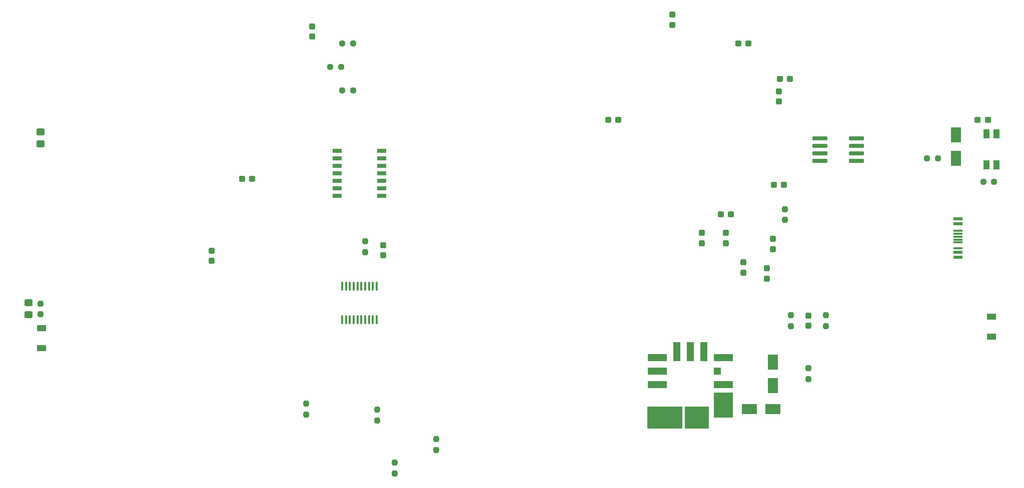
<source format=gbp>
%TF.GenerationSoftware,KiCad,Pcbnew,(6.0.9)*%
%TF.CreationDate,2022-12-21T05:14:32+09:00*%
%TF.ProjectId,main,6d61696e-2e6b-4696-9361-645f70636258,rev?*%
%TF.SameCoordinates,Original*%
%TF.FileFunction,Paste,Bot*%
%TF.FilePolarity,Positive*%
%FSLAX46Y46*%
G04 Gerber Fmt 4.6, Leading zero omitted, Abs format (unit mm)*
G04 Created by KiCad (PCBNEW (6.0.9)) date 2022-12-21 05:14:32*
%MOMM*%
%LPD*%
G01*
G04 APERTURE LIST*
G04 Aperture macros list*
%AMRoundRect*
0 Rectangle with rounded corners*
0 $1 Rounding radius*
0 $2 $3 $4 $5 $6 $7 $8 $9 X,Y pos of 4 corners*
0 Add a 4 corners polygon primitive as box body*
4,1,4,$2,$3,$4,$5,$6,$7,$8,$9,$2,$3,0*
0 Add four circle primitives for the rounded corners*
1,1,$1+$1,$2,$3*
1,1,$1+$1,$4,$5*
1,1,$1+$1,$6,$7*
1,1,$1+$1,$8,$9*
0 Add four rect primitives between the rounded corners*
20,1,$1+$1,$2,$3,$4,$5,0*
20,1,$1+$1,$4,$5,$6,$7,0*
20,1,$1+$1,$6,$7,$8,$9,0*
20,1,$1+$1,$8,$9,$2,$3,0*%
G04 Aperture macros list end*
%ADD10RoundRect,0.237500X0.237500X-0.300000X0.237500X0.300000X-0.237500X0.300000X-0.237500X-0.300000X0*%
%ADD11RoundRect,0.237500X0.300000X0.237500X-0.300000X0.237500X-0.300000X-0.237500X0.300000X-0.237500X0*%
%ADD12RoundRect,0.237500X0.237500X-0.250000X0.237500X0.250000X-0.237500X0.250000X-0.237500X-0.250000X0*%
%ADD13R,3.300000X1.270000*%
%ADD14R,5.890000X3.810000*%
%ADD15R,4.120000X3.830000*%
%ADD16R,3.300000X4.320000*%
%ADD17R,1.270000X3.300000*%
%ADD18R,1.270000X1.270000*%
%ADD19RoundRect,0.237500X-0.237500X0.250000X-0.237500X-0.250000X0.237500X-0.250000X0.237500X0.250000X0*%
%ADD20RoundRect,0.237500X0.250000X0.237500X-0.250000X0.237500X-0.250000X-0.237500X0.250000X-0.237500X0*%
%ADD21R,1.000000X1.550000*%
%ADD22RoundRect,0.237500X-0.300000X-0.237500X0.300000X-0.237500X0.300000X0.237500X-0.300000X0.237500X0*%
%ADD23RoundRect,0.100000X-0.100000X0.637500X-0.100000X-0.637500X0.100000X-0.637500X0.100000X0.637500X0*%
%ADD24RoundRect,0.237500X-0.237500X0.300000X-0.237500X-0.300000X0.237500X-0.300000X0.237500X0.300000X0*%
%ADD25R,1.800000X2.500000*%
%ADD26R,1.600000X1.050000*%
%ADD27RoundRect,0.150000X-1.150000X-0.150000X1.150000X-0.150000X1.150000X0.150000X-1.150000X0.150000X0*%
%ADD28R,2.500000X1.800000*%
%ADD29R,1.597660X0.698500*%
%ADD30RoundRect,0.237500X-0.250000X-0.237500X0.250000X-0.237500X0.250000X0.237500X-0.250000X0.237500X0*%
%ADD31RoundRect,0.250000X-0.450000X0.325000X-0.450000X-0.325000X0.450000X-0.325000X0.450000X0.325000X0*%
%ADD32R,1.650000X0.575000*%
%ADD33R,1.650000X0.300000*%
G04 APERTURE END LIST*
D10*
%TO.C,C24*%
X195000000Y-76862500D03*
X195000000Y-75137500D03*
%TD*%
D11*
%TO.C,C25*%
X196862500Y-73000000D03*
X195137500Y-73000000D03*
%TD*%
D12*
%TO.C,R35*%
X196000000Y-96912500D03*
X196000000Y-95087500D03*
%TD*%
D13*
%TO.C,U4*%
X174422000Y-124873000D03*
D14*
X175693000Y-130457000D03*
D15*
X181154000Y-130457000D03*
D16*
X185599000Y-128298000D03*
D13*
X185602000Y-124873000D03*
X185602000Y-120293000D03*
D17*
X180017000Y-119278000D03*
X177727000Y-119278000D03*
D13*
X174422000Y-120293000D03*
X174422000Y-122583000D03*
D18*
X184587000Y-122583000D03*
D17*
X182297000Y-119278000D03*
%TD*%
D19*
%TO.C,R26*%
X137000000Y-134087500D03*
X137000000Y-135912500D03*
%TD*%
D11*
%TO.C,C14*%
X186862500Y-96000000D03*
X185137500Y-96000000D03*
%TD*%
D12*
%TO.C,R29*%
X70000000Y-112912500D03*
X70000000Y-111087500D03*
%TD*%
D11*
%TO.C,C23*%
X105862500Y-90000000D03*
X104137500Y-90000000D03*
%TD*%
D20*
%TO.C,R6*%
X221912500Y-86500000D03*
X220087500Y-86500000D03*
%TD*%
D12*
%TO.C,R17*%
X203000000Y-114912500D03*
X203000000Y-113087500D03*
%TD*%
D21*
%TO.C,SW1*%
X231850000Y-82375000D03*
X231850000Y-87625000D03*
X230150000Y-87625000D03*
X230150000Y-82375000D03*
%TD*%
D19*
%TO.C,R47*%
X127000000Y-129087500D03*
X127000000Y-130912500D03*
%TD*%
D10*
%TO.C,C12*%
X186000000Y-100862500D03*
X186000000Y-99137500D03*
%TD*%
D20*
%TO.C,R37*%
X120912500Y-71000000D03*
X119087500Y-71000000D03*
%TD*%
D22*
%TO.C,C21*%
X166137500Y-80000000D03*
X167862500Y-80000000D03*
%TD*%
D19*
%TO.C,R18*%
X197000000Y-113087500D03*
X197000000Y-114912500D03*
%TD*%
D23*
%TO.C,U10*%
X121075000Y-108137500D03*
X121725000Y-108137500D03*
X122375000Y-108137500D03*
X123025000Y-108137500D03*
X123675000Y-108137500D03*
X124325000Y-108137500D03*
X124975000Y-108137500D03*
X125625000Y-108137500D03*
X126275000Y-108137500D03*
X126925000Y-108137500D03*
X126925000Y-113862500D03*
X126275000Y-113862500D03*
X125625000Y-113862500D03*
X124975000Y-113862500D03*
X124325000Y-113862500D03*
X123675000Y-113862500D03*
X123025000Y-113862500D03*
X122375000Y-113862500D03*
X121725000Y-113862500D03*
X121075000Y-113862500D03*
%TD*%
D24*
%TO.C,C11*%
X116000000Y-64137500D03*
X116000000Y-65862500D03*
%TD*%
D12*
%TO.C,R27*%
X130000000Y-139912500D03*
X130000000Y-138087500D03*
%TD*%
D20*
%TO.C,R40*%
X122912500Y-75000000D03*
X121087500Y-75000000D03*
%TD*%
%TO.C,R25*%
X122912500Y-67000000D03*
X121087500Y-67000000D03*
%TD*%
D25*
%TO.C,D1*%
X194000000Y-125000000D03*
X194000000Y-121000000D03*
%TD*%
D24*
%TO.C,C15*%
X194000000Y-100137500D03*
X194000000Y-101862500D03*
%TD*%
D22*
%TO.C,C17*%
X194137500Y-91000000D03*
X195862500Y-91000000D03*
%TD*%
D10*
%TO.C,C13*%
X182000000Y-100862500D03*
X182000000Y-99137500D03*
%TD*%
D26*
%TO.C,SW2*%
X70200000Y-118700000D03*
X70200000Y-115300000D03*
%TD*%
D25*
%TO.C,D3*%
X225000000Y-86500000D03*
X225000000Y-82500000D03*
%TD*%
D27*
%TO.C,U8*%
X201900000Y-86905000D03*
X201900000Y-85635000D03*
X201900000Y-84365000D03*
X201900000Y-83095000D03*
X208100000Y-83095000D03*
X208100000Y-84365000D03*
X208100000Y-85635000D03*
X208100000Y-86905000D03*
%TD*%
D28*
%TO.C,D2*%
X194000000Y-129000000D03*
X190000000Y-129000000D03*
%TD*%
D29*
%TO.C,U3*%
X120235720Y-92807460D03*
X120235720Y-91537460D03*
X120235720Y-90267460D03*
X120235720Y-89000000D03*
X120235720Y-87732540D03*
X120235720Y-86462540D03*
X120235720Y-85192540D03*
X127764280Y-85192540D03*
X127764280Y-86462540D03*
X127764280Y-87732540D03*
X127764280Y-89000000D03*
X127764280Y-90267460D03*
X127764280Y-91537460D03*
X127764280Y-92807460D03*
%TD*%
D19*
%TO.C,R48*%
X125000000Y-100587500D03*
X125000000Y-102412500D03*
%TD*%
D24*
%TO.C,C16*%
X177000000Y-62137500D03*
X177000000Y-63862500D03*
%TD*%
D11*
%TO.C,C19*%
X189862500Y-67000000D03*
X188137500Y-67000000D03*
%TD*%
D19*
%TO.C,R3*%
X200000000Y-122087500D03*
X200000000Y-123912500D03*
%TD*%
D30*
%TO.C,R5*%
X229587500Y-90500000D03*
X231412500Y-90500000D03*
%TD*%
D22*
%TO.C,C3*%
X228637500Y-80000000D03*
X230362500Y-80000000D03*
%TD*%
D24*
%TO.C,C27*%
X128000000Y-101225000D03*
X128000000Y-102950000D03*
%TD*%
D26*
%TO.C,SW3*%
X231000000Y-113300000D03*
X231000000Y-116700000D03*
%TD*%
D31*
%TO.C,D11*%
X68000000Y-110975000D03*
X68000000Y-113025000D03*
%TD*%
D24*
%TO.C,C18*%
X193000000Y-105137500D03*
X193000000Y-106862500D03*
%TD*%
D19*
%TO.C,R46*%
X115000000Y-128087500D03*
X115000000Y-129912500D03*
%TD*%
D24*
%TO.C,C8*%
X99000000Y-102137500D03*
X99000000Y-103862500D03*
%TD*%
D31*
%TO.C,D12*%
X70000000Y-81975000D03*
X70000000Y-84025000D03*
%TD*%
D24*
%TO.C,C6*%
X200000000Y-113137500D03*
X200000000Y-114862500D03*
%TD*%
%TO.C,C22*%
X189000000Y-104137500D03*
X189000000Y-105862500D03*
%TD*%
D32*
%TO.C,J1*%
X225270000Y-102450000D03*
X225270000Y-97550000D03*
D33*
X225270000Y-100250000D03*
X225270000Y-99250000D03*
X225270000Y-99750000D03*
X225270000Y-100750000D03*
D32*
X225270000Y-96775000D03*
X225270000Y-103225000D03*
D33*
X225270000Y-98750000D03*
X225270000Y-101750000D03*
%TD*%
M02*

</source>
